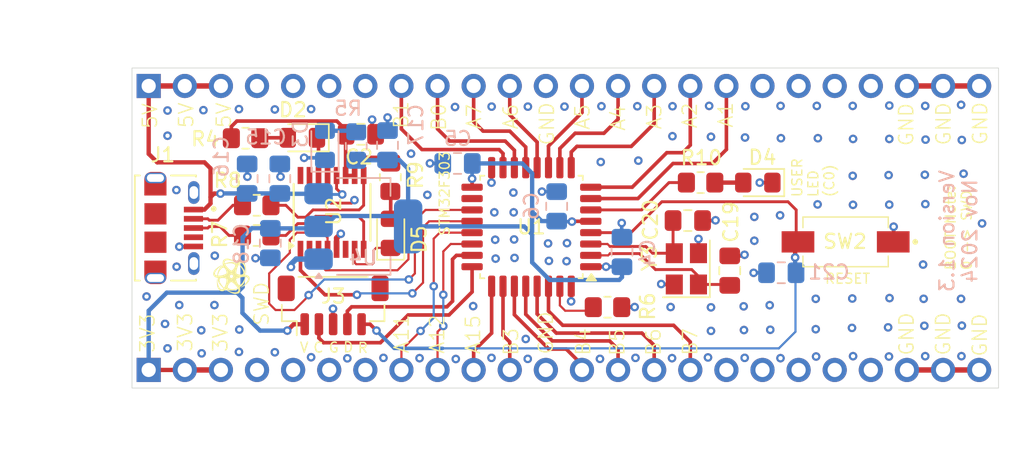
<source format=kicad_pcb>
(kicad_pcb (version 20240108) (generator "pcbnew") (generator_version "8.0")
  (layers (0 "F.Cu" signal) (1 "In1.Cu" power) (2 "In2.Cu" signal) (31 "B.Cu" power) (34 "B.Paste" user) (35 "F.Paste" user) (36 "B.SilkS" user "B.Silkscreen") (37 "F.SilkS" user "F.Silkscreen") (38 "B.Mask" user) (39 "F.Mask" user) (44 "Edge.Cuts" user))
  (net 0 "")
  (net 1 "GND")
  (net 2 "/RESET")
  (net 3 "+3.3V")
  (net 4 "/OSCIN")
  (net 5 "/OSCOUT")
  (net 6 "/FTDI_RX")
  (net 7 "/PA11")
  (net 8 "+5V")
  (net 9 "Net-(D3-A)")
  (net 10 "Net-(D4-A)")
  (net 11 "/FTDI_TX")
  (net 12 "/SWDIO")
  (net 13 "/SWCLK")
  (net 16 "/S-")
  (net 21 "/S+")
  (net 23 "/PB6")
  (net 24 "/PB5")
  (net 25 "/PB7")
  (net 26 "/PB4")
  (net 27 "/PA2")
  (net 28 "/PA6")
  (net 29 "/PA3")
  (net 30 "/PA5")
  (net 31 "/PA7")
  (net 32 "/PA1")
  (net 33 "/PB0")
  (net 34 "Net-(U1-BOOT0)")
  (net 35 "/PA8")
  (net 36 "/PB1")
  (net 37 "/PA4")
  (net 38 "/PA15")
  (net 39 "/PB3")
  (net 40 "/USER_LED")
  (net 42 "/PA12")
  (net 43 "/MODE")
  (net 44 "Net-(D2-A)")
  (net 45 "Net-(D2-K)")
  (net 46 "Net-(D5-K)")
  (net 47 "Net-(D5-A)")
  (net 48 "/FTDI_D+")
  (net 49 "/FTDI_D-")
  (footprint "LOGO" (layer "F.Cu") (at 112.475 56.875)
    (property "Reference" "G***" (hide yes))
    (property "Value" "LOGO" (hide yes))
  )
  (footprint "LED_SMD:LED_0805_2012Metric_Pad1.15x1.40mm_HandSolder" (layer "F.Cu") (at 123.7 53.875 90)
    (property "Reference" "D5")
    (property "Value" "RXLED")
  )
  (footprint "Resistor_SMD:R_0805_2012Metric_Pad1.20x1.40mm_HandSolder" (layer "F.Cu") (at 113.49 47.175 180)
    (property "Reference" "R4")
    (property "Value" "270")
  )
  (footprint "LED_SMD:LED_0805_2012Metric_Pad1.15x1.40mm_HandSolder" (layer "F.Cu") (at 149.525 50.3 180)
    (property "Reference" "D4")
    (property "Value" "USER_LED")
  )
  (footprint "Capacitor_SMD:C_0805_2012Metric_Pad1.18x1.45mm_HandSolder" (layer "F.Cu") (at 147.55 56.5 -90)
    (property "Reference" "C19")
    (property "Value" "22p")
  )
  (footprint "Crystal:Crystal_SMD_Abracon_ABM8G-4Pin_3.2x2.5mm" (layer "F.Cu") (at 144.5 56.375 90)
    (property "Reference" "Y3")
    (property "Value" "16MHz")
  )
  (footprint "Capacitor_SMD:C_0805_2012Metric_Pad1.18x1.45mm_HandSolder" (layer "F.Cu") (at 144.6 52.975 180)
    (property "Reference" "C20")
    (property "Value" "22p")
  )
  (footprint "Resistor_SMD:R_0805_2012Metric_Pad1.20x1.40mm_HandSolder" (layer "F.Cu") (at 123.675 49.925 90)
    (property "Reference" "R9")
    (property "Value" "270")
  )
  (footprint "LED_SMD:LED_0805_2012Metric_Pad1.15x1.40mm_HandSolder" (layer "F.Cu") (at 117.4875 47.145 180)
    (property "Reference" "D2")
    (property "Value" "TXLED")
  )
  (footprint "Capacitor_SMD:C_0805_2012Metric_Pad1.18x1.45mm_HandSolder" (layer "F.Cu") (at 121.6 46.9)
    (property "Reference" "C2")
    (property "Value" "0.1uF")
  )
  (footprint "Package_QFP:LQFP-32_7x7mm_P0.8mm" (layer "F.Cu") (at 133.6 53.425 180)
    (property "Reference" "U1")
    (property "Value" "STM32F303K6Tx")
  )
  (footprint "USB_B_Micro_Amphenol:AMPHENOL_10118194-0001LF" (layer "F.Cu") (at 107.15 53.5 -90)
    (property "Reference" "J1")
    (property "Value" "USB_Micro")
  )
  (footprint "Package_SO:SSOP-16_3.9x4.9mm_P0.635mm" (layer "F.Cu") (at 119.575 52.4 90)
    (property "Reference" "U2")
    (property "Value" "FT230XS")
  )
  (footprint "Connector_PinHeader_2.54mm:PinHeader_1x24_P2.54mm_Vertical" (layer "F.Cu") (at 106.675 63.495 90)
    (property "Reference" "J4" (hide yes))
    (property "Value" "uP_LEFT_CONN")
  )
  (footprint "Resistor_SMD:R_0805_2012Metric_Pad1.20x1.40mm_HandSolder" (layer "F.Cu") (at 114.275 51.9 180)
    (property "Reference" "R8")
    (property "Value" "22R")
  )
  (footprint "Resistor_SMD:R_0805_2012Metric_Pad1.20x1.40mm_HandSolder" (layer "F.Cu") (at 138.95 59.075 180)
    (property "Reference" "R6")
    (property "Value" "10k")
  )
  (footprint "SW_uP_Reset:SW_uP_Reset" (layer "F.Cu") (at 155.7 54.475 180)
    (property "Reference" "SW2")
    (property "Value" "SW_uP_Reset" (hide yes))
  )
  (footprint "Resistor_SMD:R_0805_2012Metric_Pad1.20x1.40mm_HandSolder" (layer "F.Cu") (at 114.275 54.025)
    (property "Reference" "R7")
    (property "Value" "22R")
  )
  (footprint "Connector_PinHeader_2.54mm:PinHeader_1x24_P2.54mm_Vertical" (layer "F.Cu") (at 106.675 43.495 90)
    (property "Reference" "J5" (hide yes))
    (property "Value" "uP_RIGHT_CONN")
  )
  (footprint "Resistor_SMD:R_0805_2012Metric_Pad1.20x1.40mm_HandSolder" (layer "F.Cu") (at 145.5 50.3 180)
    (property "Reference" "R10")
    (property "Value" "1k")
  )
  (footprint "Connector_JST:JST_SH_BM05B-SRSS-TB_1x05-1MP_P1.00mm_Vertical" (layer "F.Cu") (at 119.65 58.95)
    (property "Reference" "J3")
    (property "Value" "SWD_CONN")
  )
  (footprint "Capacitor_SMD:C_0805_2012Metric_Pad1.18x1.45mm_HandSolder" (layer "B.Cu") (at 115.23 54.5625 -90)
    (property "Reference" "C18")
    (property "Value" "10uF")
  )
  (footprint "Capacitor_SMD:C_0805_2012Metric_Pad1.18x1.45mm_HandSolder" (layer "B.Cu") (at 123.475 47.675 90)
    (property "Reference" "C17")
    (property "Value" "0.1uF")
  )
  (footprint "Capacitor_SMD:C_0805_2012Metric_Pad1.18x1.45mm_HandSolder" (layer "B.Cu") (at 128.4 48.95 180)
    (property "Reference" "C5")
    (property "Value" "0.1uF")
  )
  (footprint "Capacitor_SMD:C_0805_2012Metric_Pad1.18x1.45mm_HandSolder" (layer "B.Cu") (at 151.175 56.65 180)
    (property "Reference" "C21")
    (property "Value" "0.01uF")
  )
  (footprint "Resistor_SMD:R_0805_2012Metric_Pad1.20x1.40mm_HandSolder" (layer "B.Cu") (at 121.275 47.725 -90)
    (property "Reference" "R5")
    (property "Value" "1k")
  )
  (footprint "Capacitor_SMD:C_0805_2012Metric_Pad1.18x1.45mm_HandSolder" (layer "B.Cu") (at 115.9 50.025 90)
    (property "Reference" "C15")
    (property "Value" "0.1uF")
  )
  (footprint "Capacitor_SMD:C_0805_2012Metric_Pad1.18x1.45mm_HandSolder" (layer "B.Cu") (at 135.375 51.975 90)
    (property "Reference" "C6")
    (property "Value" "0.1uF")
  )
  (footprint "LED_SMD:LED_0805_2012Metric_Pad1.15x1.40mm_HandSolder" (layer "B.Cu") (at 119.075 47.675 90)
    (property "Reference" "D3")
    (property "Value" "PWR_LED")
  )
  (footprint "Capacitor_SMD:C_0805_2012Metric_Pad1.18x1.45mm_HandSolder" (layer "B.Cu") (at 139.97 55.1875 90)
    (property "Reference" "C4")
    (property "Value" "0.1uF")
  )
  (footprint "Package_TO_SOT_SMD:SOT-223-3_TabPin2" (layer "B.Cu") (at 121.775 53.3875)
    (property "Reference" "U4")
    (property "Value" "LD1117S33TR_SOT223")
  )
  (footprint "Capacitor_SMD:C_0805_2012Metric_Pad1.18x1.45mm_HandSolder" (layer "B.Cu") (at 113.6 50.025 90)
    (property "Reference" "C16")
    (property "Value" "10uF")
  )
  (gr_rect (start 105.5 42.23) (end 166.46 64.77) (stroke (width 0.05)) (fill none) (layer "Edge.Cuts"))
  (gr_text "Version 1.3\nNov 2024" (at 163.64 53.715 90) (layer "B.SilkS") (effects (font (size 1 1)) (justify mirror)))
  (gr_text "GND" (at 165.725 62.625 90) (layer "F.SilkS") (effects (font (size 1 1) (thickness 0.1)) (justify left bottom)))
  (gr_text "A15" (at 130.075 62.45 90) (layer "F.SilkS") (effects (font (size 1 1) (thickness 0.1)) (justify left bottom)))
  (gr_text "GND" (at 160.55 47.8 90) (layer "F.SilkS") (effects (font (size 1 1) (thickness 0.1)) (justify left bottom)))
  (gr_text "3V3" (at 107.175 62.35 90) (layer "F.SilkS") (effects (font (size 1 1) (thickness 0.1)) (justify left bottom)))
  (gr_text "GND" (at 135.275 47.75 90) (layer "F.SilkS") (effects (font (size 1 1) (thickness 0.1)) (justify left bottom)))
  (gr_text "G\n" (at 119.275 62.325 0) (layer "F.SilkS") (effects (font (size 0.7 0.7) (thickness 0.1)) (justify left bottom)))
  (gr_text "3V3" (at 112.3 62.3 90) (layer "F.SilkS") (effects (font (size 1 1) (thickness 0.1)) (justify left bottom)))
  (gr_text "BOOT Note:\n0 -> SWD" (at 164.625 56.525 90) (layer "F.SilkS") (effects (font (size 0.7 0.7) (thickness 0.1)) (justify left bottom)))
  (gr_text "GND" (at 163.175 47.75 90) (layer "F.SilkS") (effects (font (size 1 1) (thickness 0.1)) (justify left bottom)))
  (gr_text "A11" (at 125.05 62.4 90) (layer "F.SilkS") (effects (font (size 1 1) (thickness 0.1)) (justify left bottom)))
  (gr_text "GND" (at 165.75 47.725 90) (layer "F.SilkS") (effects (font (size 1 1) (thickness 0.1)) (justify left bottom)))
  (gr_text "V\n" (at 117.25 62.325 0) (layer "F.SilkS") (effects (font (size 0.7 0.7) (thickness 0.1)) (justify left bottom)))
  (gr_text "STM32F303" (at 127.9 54.1 90) (layer "F.SilkS") (effects (font (size 0.7 0.7) (thickness 0.1)) (justify left bottom)))
  (gr_text "B6" (at 142.775 62.575 90) (layer "F.SilkS") (effects (font (size 1 1) (thickness 0.1)) (justify left bottom)))
  (gr_text "A7" (at 130.15 46.625 90) (layer "F.SilkS") (effects (font (size 1 1) (thickness 0.1)) (justify left bottom)))
  (gr_text "R" (at 121.325 62.35 0) (layer "F.SilkS") (effects (font (size 0.7 0.7) (thickness 0.1)) (justify left bottom)))
  (gr_text "A2" (at 145.325 46.55 90) (layer "F.SilkS") (effects (font (size 1 1) (thickness 0.1)) (justify left bottom)))
  (gr_text "GND" (at 135.2 62.475 90) (layer "F.SilkS") (effects (font (size 1 1) (thickness 0.1)) (justify left bottom)))
  (gr_text "A1" (at 147.85 46.5 90) (layer "F.SilkS") (effects (font (size 1 1) (thickness 0.1)) (justify left bottom)))
  (gr_text "GND" (at 163.15 62.55 90) (layer "F.SilkS") (effects (font (size 1 1) (thickness 0.1)) (justify left bottom)))
  (gr_text "3V3" (at 109.825 62.275 90) (layer "F.SilkS") (effects (font (size 1 1) (thickness 0.1)) (justify left bottom)))
  (gr_text "B4" (at 137.825 62.55 90) (layer "F.SilkS") (effects (font (size 1 1) (thickness 0.1)) (justify left bottom)))
  (gr_text "B7" (at 145.35 62.55 90) (layer "F.SilkS") (effects (font (size 1 1) (thickness 0.1)) (justify left bottom)))
  (gr_text "B3" (at 132.75 62.55 90) (layer "F.SilkS") (effects (font (size 1 1) (thickness 0.1)) (justify left bottom)))
  (gr_text "5V" (at 109.9 46.525 90) (layer "F.SilkS") (effects (font (size 1 1) (thickness 0.1)) (justify left bottom)))
  (gr_text "A5" (at 137.775 46.65 90) (layer "F.SilkS") (effects (font (size 1 1) (thickness 0.1)) (justify left bottom)))
  (gr_text "A6\n" (at 132.725 46.625 90) (layer "F.SilkS") (effects (font (size 1 1) (thickness 0.1)) (justify left bottom)))
  (gr_text "B0" (at 127.675 46.725 90) (layer "F.SilkS") (effects (font (size 1 1) (thickness 0.1)) (justify left bottom)))
  (gr_text "RESET" (at 154.19 57.475 0) (layer "F.SilkS") (effects (font (size 0.7 0.7) (thickness 0.1)) (justify left bottom)))
  (gr_text "B5\n" (at 140.225 62.575 90) (layer "F.SilkS") (effects (font (size 1 1) (thickness 0.1)) (justify left bottom)))
  (gr_text "D" (at 120.3 62.3 0) (layer "F.SilkS") (effects (font (size 0.7 0.7) (thickness 0.1)) (justify left bottom)))
  (gr_text "A4" (at 140.275 46.725 90) (layer "F.SilkS") (effects (font (size 1 1) (thickness 0.1)) (justify left bottom)))
  (gr_text "5V" (at 112.55 46.525 90) (layer "F.SilkS") (effects (font (size 1 1) (thickness 0.1)) (justify left bottom)))
  (gr_text "GND" (at 160.575 62.55 90) (layer "F.SilkS") (effects (font (size 1 1) (thickness 0.1)) (justify left bottom)))
  (gr_text "A3" (at 142.825 46.625 90) (layer "F.SilkS") (effects (font (size 1 1) (thickness 0.1)) (justify left bottom)))
  (gr_text "A12\n" (at 127.55 62.425 90) (layer "F.SilkS") (effects (font (size 1 1) (thickness 0.1)) (justify left bottom)))
  (gr_text "C\n" (at 118.2 62.325 0) (layer "F.SilkS") (effects (font (size 0.7 0.7) (thickness 0.1)) (justify left bottom)))
  (gr_text "5V" (at 107.35 46.575 90) (layer "F.SilkS") (effects (font (size 1 1) (thickness 0.1)) (justify left bottom)))
  (gr_text "USER \nLED\n(C0)" (at 154.96 51.385 90) (layer "F.SilkS") (effects (font (size 0.7 0.7) (thickness 0.1)) (justify left bottom)))
  (gr_text "SWD" (at 115.2 60.45 90) (layer "F.SilkS") (effects (font (size 1 1) (thickness 0.1)) (justify left bottom)))
  (gr_text "B1\n" (at 125.025 46.575 90) (layer "F.SilkS") (effects (font (size 1 1) (thickness 0.1)) (justify left bottom)))
  (segment (start 146.55 52.955) (end 146.53 52.975) (width 0.254) (layer "F.Cu") (net 1))
  (segment (start 130.8 49.25) (end 130.8 50.295) (width 0.2) (layer "F.Cu") (net 1))
  (segment (start 140.86 59.065) (end 139.96 59.065) (width 0.254) (layer "F.Cu") (net 1))
  (segment (start 159.08 54.445) (end 159.05 54.475) (width 0.254) (layer "F.Cu") (net 1))
  (segment (start 119.64 59.185) (end 119.64 60.265) (width 0.254) (layer "F.Cu") (net 1))
  (segment (start 142.76 57.475) (end 142.73 57.445) (width 0.254) (layer "F.Cu") (net 1))
  (segment (start 162.555 43.495) (end 160.015 43.495) (width 0.381) (layer "F.Cu") (net 1))
  (segment (start 136.4 58.655) (end 136.39 58.665) (width 0.2) (layer "F.Cu") (net 1))
  (segment (start 120.94 51.745) (end 121.15 51.535) (width 0.2032) (layer "F.Cu") (net 1))
  (segment (start 162.555 63.495) (end 160.015 63.495) (width 0.381) (layer "F.Cu") (net 1))
  (segment (start 119.2575 51.5025) (end 119.5 51.745) (width 0.2032) (layer "F.Cu") (net 1))
  (segment (start 146.53 52.975) (end 145.6375 52.975) (width 0.254) (layer "F.Cu") (net 1))
  (segment (start 145.35 54.265) (end 145.35 55.275) (width 0.254) (layer "F.Cu") (net 1))
  (segment (start 109.81 54.815) (end 108.83 54.815) (width 0.254) (layer "F.Cu") (net 1))
  (segment (start 119.8925 55) (end 119.8925 54.2025) (width 0.381) (layer "F.Cu") (net 1))
  (segment (start 136.4 57.6) (end 136.4 58.655) (width 0.2) (layer "F.Cu") (net 1))
  (segment (start 119.2575 49.8) (end 119.2575 51.5025) (width 0.2032) (layer "F.Cu") (net 1))
  (segment (start 148.5125 55.4625) (end 147.55 55.4625) (width 0.254) (layer "F.Cu") (net 1))
  (segment (start 130.8 50.295) (end 130.79 50.305) (width 0.2) (layer "F.Cu") (net 1))
  (segment (start 122.39 46.6525) (end 122.6375 46.9) (width 0.254) (layer "F.Cu") (net 1))
  (segment (start 109.825 54.8) (end 109.81 54.815) (width 0.254) (layer "F.Cu") (net 1))
  (segment (start 119.5 51.745) (end 120.94 51.745) (width 0.2032) (layer "F.Cu") (net 1))
  (segment (start 139.96 59.065) (end 139.95 59.075) (width 0.254) (layer "F.Cu") (net 1))
  (segment (start 165.095 43.495) (end 162.555 43.495) (width 0.381) (layer "F.Cu") (net 1))
  (segment (start 143.65 57.475) (end 142.76 57.475) (width 0.254) (layer "F.Cu") (net 1))
  (segment (start 122.39 45.865) (end 122.39 46.6525) (width 0.254) (layer "F.Cu") (net 1))
  (segment (start 149.665 50.3) (end 149.66 50.305) (width 0.254) (layer "F.Cu") (net 1))
  (segment (start 148.59 55.385) (end 148.5125 55.4625) (width 0.254) (layer "F.Cu") (net 1))
  (segment (start 150.55 50.3) (end 149.665 50.3) (width 0.254) (layer "F.Cu") (net 1))
  (segment (start 119.64 60.265) (end 119.65 60.275) (width 0.254) (layer "F.Cu") (net 1))
  (segment (start 119.8925 54.2025) (end 120.19 53.905) (width 0.381) (layer "F.Cu") (net 1))
  (segment (start 165.095 63.495) (end 162.555 63.495) (width 0.381) (layer "F.Cu") (net 1))
  (segment (start 159.08 53.405) (end 159.08 54.445) (width 0.254) (layer "F.Cu") (net 1))
  (via (at 108.64 56.225) (size 0.6) (drill 0.3) (layers "F.Cu" "B.Cu") (net 1))
  (via (at 153.625 62.55) (size 0.6) (drill 0.3) (layers "F.Cu" "B.Cu") (net 1))
  (via (at 136.39 58.665) (size 0.6) (drill 0.3) (layers "F.Cu" "B.Cu") (net 1))
  (via (at 161.31 51.815) (size 0.6) (drill 0.3) (layers "F.Cu" "B.Cu") (net 1))
  (via (at 146.23 60.745) (size 0.6) (drill 0.3) (layers "F.Cu" "B.Cu") (net 1))
  (via (at 108 47) (size 0.6) (drill 0.3) (layers "F.Cu" "B.Cu") (net 1))
  (via (at 123.19 62.645) (size 0.6) (drill 0.3) (layers "F.Cu" "B.Cu") (net 1))
  (via (at 118.1 62.6) (size 0.6) (drill 0.3) (layers "F.Cu" "B.Cu") (net 1))
  (via (at 113.025 62.225) (size 0.6) (drill 0.3) (layers "F.Cu" "B.Cu") (net 1))
  (via (at 130.79 62.645) (size 0.6) (drill 0.3) (layers "F.Cu" "B.Cu") (net 1))
  (via (at 132.38 54.305) (size 0.6) (drill 0.3) (layers "F.Cu" "B.Cu") (net 1))
  (via (at 146.23 47.075) (size 0.6) (drill 0.3) (layers "F.Cu" "B.Cu") (net 1))
  (via (at 121.15 51.535) (size 0.6) (drill 0.3) (layers "F.Cu" "B.Cu") (net 1))
  (via (at 143.525 44.925) (size 0.6) (drill 0.3) (layers "F.Cu" "B.Cu") (net 1))
  (via (at 114.19 55.625) (size 0.6) (drill 0.3) (layers "F.Cu" "B.Cu") (net 1))
  (via (at 156.2 44.9) (size 0.6) (drill 0.3) (layers "F.Cu" "B.Cu") (net 1))
  (via (at 161.3 44.9) (size 0.6) (drill 0.3) (layers "F.Cu" "B.Cu") (net 1))
  (via (at 110.375 60.7) (size 0.6) (drill 0.3) (layers "F.Cu" "B.Cu") (net 1))
  (via (at 158.79 58.435) (size 0.6) (drill 0.3) (layers "F.Cu" "B.Cu") (net 1))
  (via (at 108.825 58.925) (size 0.6) (drill 0.3) (layers "F.Cu" "B.Cu") (net 1))
  (via (at 143.52 47.035) (size 0.6) (drill 0.3) (layers "F.Cu" "B.Cu") (net 1))
  (via (at 117.61 48.555) (size 0.6) (drill 0.3) (layers "F.Cu" "B.Cu") (net 1))
  (via (at 130.79 50.305) (size 0.6) (drill 0.3) (layers "F.Cu" "B.Cu") (net 1))
  (via (at 139.95 53.145) (size 0.6) (drill 0.3) (layers "F.Cu" "B.Cu") (net 1))
  (via (at 141.05 44.925) (size 0.6) (drill 0.3) (layers "F.Cu" "B.Cu") (net 1))
  (via (at 108 45.225) (size 0.6) (drill 0.3) (layers "F.Cu" "B.Cu") (net 1))
  (via (at 145.35 54.265) (size 0.6) (drill 0.3) (layers "F.Cu" "B.Cu") (net 1))
  (via (at 148.65 44.925) (size 0.6) (drill 0.3) (layers "F.Cu" "B.Cu") (net 1))
  (via (at 163.88 60.375) (size 0.6) (drill 0.3) (layers "F.Cu" "B.Cu") (net 1))
  (via (at 120.19 53.905) (size 0.6) (drill 0.3) (layers "F.Cu" "B.Cu") (net 1))
  (via (at 163.825 44.825) (size 0.6) (drill 0.3) (layers "F.Cu" "B.Cu") (net 1))
  (via (at 138.475 48.85) (size 0.6) (drill 0.3) (layers "F.Cu" "B.Cu") (net 1))
  (via (at 163.82 58.485) (size 0.6) (drill 0.3) (layers "F.Cu" "B.Cu") (net 1))
  (via (at 156.17 58.465) (size 0.6) (drill 0.3) (layers "F.Cu" "B.Cu") (net 1))
  (via (at 130.8 44.95) (size 0.6) (drill 0.3) (layers "F.Cu" "B.Cu") (net 1))
  (via (at 111.3 58.925) (size 0.6) (drill 0.3) (layers "F.Cu" "B.Cu") (net 1))
  (via (at 110.525 45.2) (size 0.6) (drill 0.3) (layers "F.Cu" "B.Cu") (net 1))
  (via (at 134.34 50.9375) (size 0.6) (drill 0.3) (layers "F.Cu" "B.Cu") (net 1))
  (via (at 161.325 47.275) (size 0.6) (drill 0.3) (layers "F.Cu" "B.Cu") (net 1))
  (via (at 158.75 62.55) (size 0.6) (drill 0.3) (layers "F.Cu" "B.Cu") (net 1))
  (via (at 115.55 62.25) (size 0.6) (drill 0.3) (layers "F.Cu" "B.Cu") (net 1))
  (via (at 119.64 59.185) (size 0.6) (drill 0.3) (layers "F.Cu" "B.Cu") (net 1))
  (via (at 133.2 61.315) (size 0.6) (drill 0.3) (layers "F.Cu" "B.Cu") (net 1))
  (via (at 149.28 52.715) (size 0.6) (drill 0.3) (layers "F.Cu" "B.Cu") (net 1))
  (via (at 148.625 47.125) (size 0.6) (drill 0.3) (layers "F.Cu" "B.Cu") (net 1))
  (via (at 108 61.975) (size 0.6) (drill 0.3) (layers "F.Cu" "B.Cu") (net 1))
  (via (at 136.07 55.835) (size 0.6) (drill 0.3) (layers "F.Cu" "B.Cu") (net 1))
  (via (at 156.22 51.865) (size 0.6) (drill 0.3) (layers "F.Cu" "B.Cu") (net 1))
  (via (at 151.15 47.175) (size 0.6) (drill 0.3) (layers "F.Cu" "B.Cu") (net 1))
  (via (at 142.73 57.445) (size 0.6) (drill 0.3) (layers "F.Cu" "B.Cu") (net 1))
  (via (at 138.42 62.715) (size 0.6) (drill 0.3) (layers "F.Cu" "B.Cu") (net 1))
  (via (at 153.75 47.175) (size 0.6) (drill 0.3) (layers "F.Cu" "B.Cu") (net 1))
  (via (at 148.53 59.015) (size 0.6) (drill 0.3) (layers "F.Cu" "B.Cu") (net 1))
  (via (at 153.73 51.835) (size 0.6) (drill 0.3) (layers "F.Cu" "B.Cu") (net 1))
  (via (at 136.1 54.565) (size 0.6) (drill 0.3) (layers "F.Cu" "B.Cu") (net 1))
  (via (at 148.55 60.685) (size 0.6) (drill 0.3) (layers "F.Cu" "B.Cu") (net 1))
  (via (at 153.6 60.625) (size 0.6) (drill 0.3) (layers "F.Cu" "B.Cu") (net 1))
  (via (at 161.24 60.385) (size 0.6) (drill 0.3) (layers "F.Cu" "B.Cu") (net 1))
  (via (at 125.73 62.665) (size 0.6) (drill 0.3) (layers "F.Cu" "B.Cu") (net 1))
  (via (at 156.225 62.525) (size 0.6) (drill 0.3) (layers "F.Cu" "B.Cu") (net 1))
  (via (at 106.525 58.325) (size 0.6) (drill 0.3) (layers "F.Cu" "B.Cu") (net 1))
  (via (at 150.36 58.935) (size 0.6) (drill 0.3) (layers "F.Cu" "B.Cu") (net 1))
  (via (at 126.46 48.945) (size 0.6) (drill 0.3) (layers "F.Cu" "B.Cu") (net 1))
  (via (at 107.825 60.25) (size 0.6) (drill 0.3) (layers "F.Cu" "B.Cu") (net 1))
  (via (at 149.28 54.395) (size 0.6) (drill 0.3) (layers "F.Cu" "B.Cu") (net 1))
  (via (at 149.23 56.655) (size 0.6) (drill 0.3) (layers "F.Cu" "B.Cu") (net 1))
  (via (at 148.6 62.645) (size 0.6) (drill 0.3) (layers "F.Cu" "B.Cu") (net 1))
  (via (at 135.925 44.95) (size 0.6) (drill 0.3) (layers "F.Cu" "B.Cu") (net 1))
  (via (at 158.725 49.775) (size 0.6) (drill 0.3) (layers "F.Cu" "B.Cu") (net 1))
  (via (at 116.68 56.245) (size 0.6) (drill 0.3) (layers "F.Cu" "B.Cu") (net 1))
  (via (at 125.13 48.265) (size 0.6) (drill 0.3) (layers "F.Cu" "B.Cu") (net 1))
  (via (at 148.59 55.385) (size 0.6) (drill 0.3) (layers "F.Cu" "B.Cu") (net 1))
  (via (at 108.625 50.825) (size 0.6) (drill 0.3) (layers "F.Cu" "B.Cu") (net 1))
  (via (at 115.55 45.15) (size 0.6) (drill 0.3) (layers "F.Cu" "B.Cu") (net 1))
  (via (at 143.39 59.065) (size 0.6) (drill 0.3) (layers "F.Cu" "B.Cu") (net 1))
  (via (at 158.69 60.495) (size 0.6) (drill 0.3) (layers "F.Cu" "B.Cu") (net 1))
  (via (at 132.33 51.005) (size 0.6) (drill 0.3) (layers "F.Cu" "B.Cu") (net 1))
  (via (at 126.28 51.165) (size 0.6) (drill 0.3) (layers "F.Cu" "B.Cu") (net 1))
  (via (at 150.4 60.665) (size 0.6) (drill 0.3) (layers "F.Cu" "B.Cu") (net 1))
  (via (at 153.6 58.485) (size 0.6) (drill 0.3) (layers "F.Cu" "B.Cu") (net 1))
  (via (at 156.225 47.225) (size 0.6) (drill 0.3) (layers "F.Cu" "B.Cu") (net 1))
  (via (at 146.55 52.955) (size 0.6) (drill 0.3) (layers "F.Cu" "B.Cu") (net 1))
  (via (at 151.12 62.665) (size 0.6) (drill 0.3) (layers "F.Cu" "B.Cu") (net 1))
  (via (at 141.12 48.755) (size 0.6) (drill 0.3) (layers "F.Cu" "B.Cu") (net 1))
  (via (at 164 49.675) (size 0.6) (drill 0.3) (layers "F.Cu" "B.Cu") (net 1))
  (via (at 113.05 60.65) (size 0.6) (drill 0.3) (layers "F.Cu" "B.Cu") (net 1))
  (via (at 132.35 52.395) (size 0.6) (drill 0.3) (layers "F.Cu" "B.Cu") (net 1))
  (via (at 140.92 62.645) (size 0.6) (drill 0.3) (layers "F.Cu" "B.Cu") (net 1))
  (via (at 111.325 55.45) (size 0.6) (drill 0.3) (layers "F.Cu" "B.Cu") (net 1))
  (via (at 118.1 45.125) (size 0.6) (drill 0.3) (layers "F.Cu" "B.Cu") (net 1))
  (via (at 128.225 44.975) (size 0.6) (drill 0.3) (layers "F.Cu" "B.Cu") (net 1))
  (via (at 156.2 49.825) (size 0.6) (drill 0.3) (layers "F.Cu" "B.Cu") (net 1))
  (via (at 153.675 44.9) (size 0.6) (drill 0.3) (layers "F.Cu" "B.Cu") (net 1))
  (via (at 146.1 44.9) (size 0.6) (drill 0.3) (layers "F.Cu" "B.Cu") (net 1))
  (via (at 131.08 55.655) (size 0.6) (drill 0.3) (layers "F.Cu" "B.Cu") (net 1))
  (via (at 165.3 53.175) (size 0.6) (drill 0.3) (layers "F.Cu" "B.Cu") (net 1))
  (via (at 128.28 62.725) (size 0.6) (drill 0.3) (layers "F.Cu" "B.Cu") (net 1))
  (via (at 120.65 62.675) (size 0.6) (drill 0.3) (layers "F.Cu" "B.Cu") (net 1))
  (via (at 143.49 62.665) (size 0.6) (drill 0.3) (layers "F.Cu" "B.Cu") (net 1))
  (via (at 161.19 58.485) (size 0.6) (drill 0.3) (layers "F.Cu" "B.Cu") (net 1))
  (via (at 146.02 62.615) (size 0.6) (drill 0.3) (layers "F.Cu" "B.Cu") (net 1))
  (via (at 131.05 54.325) (size 0.6) (drill 0.3) (layers "F.Cu" "B.Cu") (net 1))
  (via (at 138.525 44.925) (size 0.6) (drill 0.3) (layers "F.Cu" "B.Cu") (net 1))
  (via (at 140.86 59.065) (size 0.6) (drill 0.3) (layers "F.Cu" "B.Cu") (net 1))
  (via (at 151.09 52.605) (size 0.6) (drill 0.3) (layers "F.Cu" "B.Cu") (net 1))
  (via (at 161.15 56.075) (size 0.6) (drill 0.3) (layers "F.Cu" "B.Cu") (net 1))
  (via (at 115.95 49.885) (size 0.6) (drill 0.3) (layers "F.Cu" "B.Cu") (net 1))
  (via (at 133.35 44.95) (size 0.6) (drill 0.3) (layers "F.Cu" "B.Cu") (net 1))
  (via (at 113.025 45.125) (size 0.6) (drill 0.3) (layers "F.Cu" "B.Cu") (net 1))
  (via (at 123.48 45.715) (size 0.6) (drill 0.3) (layers "F.Cu" "B.Cu") (net 1))
  (via (at 108.83 54.815) (size 0.6) (drill 0.3) (layers "F.Cu" "B.Cu") (net 1))
  (via (at 122.39 45.865) (size 0.6) (drill 0.3) (layers "F.Cu" "B.Cu") (net 1))
  (via (at 151.125 44.9) (size 0.6) (drill 0.3) (layers "F.Cu" "B.Cu") (net 1))
  (via (at 158.775 47.225) (size 0.6) (drill 0.3) (layers "F.Cu" "B.Cu") (net 1))
  (via (at 159.08 53.405) (size 0.6) (drill 0.3) (layers "F.Cu" "B.Cu") (net 1))
  (via (at 133.34 62.715) (size 0.6) (drill 0.3) (layers "F.Cu" "B.Cu") (net 1))
  (via (at 156.15 60.535) (size 0.6) (drill 0.3) (layers "F.Cu" "B.Cu") (net 1))
  (via (at 134.77 54.585) (size 0.6) (drill 0.3) (layers "F.Cu" "B.Cu") (net 1))
  (via (at 146.23 59.085) (size 0.6) (drill 0.3) (layers "F.Cu" "B.Cu") (net 1))
  (via (at 163.875 47.3) (size 0.6) (drill 0.3) (layers "F.Cu" "B.Cu") (net 1))
  (via (at 132.41 55.605) (size 0.6) (drill 0.3) (layers "F.Cu" "B.Cu") (net 1))
  (via (at 161.275 49.75) (size 0.6) (drill 0.3) (layers "F.Cu" "B.Cu") (net 1))
  (via (at 163.85 62.525) (size 0.6) (drill 0.3) (layers "F.Cu" "B.Cu") (net 1))
  (via (at 134.83 55.815) (size 0.6) (drill 0.3) (layers "F.Cu" "B.Cu") (net 1))
  (via (at 110.4 62.325) (size 0.6) (drill 0.3) (layers "F.Cu" "B.Cu") (net 1))
  (via (at 158.77 51.855) (size 0.6) (drill 0.3) (layers "F.Cu" "B.Cu") (net 1))
  (via (at 113.62 49.885) (size 0.6) (drill 0.3) (layers "F.Cu" "B.Cu") (net 1))
  (via (at 129.5 59) (size 0.6) (drill 0.3) (layers "F.Cu" "B.Cu") (net 1))
  (via (at 158.775 44.875) (size 0.6) (drill 0.3) (layers "F.Cu" "B.Cu") (net 1))
  (via (at 149.66 50.305) (size 0.6) (drill 0.3) (layers "F.Cu" "B.Cu") (net 1))
  (via (at 130.99 52.395) (size 0.6) (drill 0.3) (layers "F.Cu" "B.Cu") (net 1))
  (via (at 161.3 62.525) (size 0.6) (drill 0.3) (layers "F.Cu" "B.Cu") (net 1))
  (segment (start 135.375 50.9375) (end 134.34 50.9375) (width 0.2) (layer "B.Cu") (net 1))
  (segment (start 114.19 55.625) (end 115.205 55.625) (width 0.254) (layer "B.Cu") (net 1))
  (segment (start 115.9 49.835) (end 115.95 49.885) (width 0.254) (layer "B.Cu") (net 1))
  (segment (start 113.6 48.9875) (end 113.6 49.865) (width 0.254) (layer "B.Cu") (net 1))
  (segment (start 115.205 55.625) (end 115.23 55.6) (width 0.254) (layer "B.Cu") (net 1))
  (segment (start 116.68 56.245) (end 116.68 56.055) (width 0.381) (layer "B.Cu") (net 1))
  (segment (start 123.475 46.6375) (end 123.475 45.72) (width 0.254) (layer "B.Cu") (net 1))
  (segment (start 149.235 56.65) (end 149.23 56.655) (width 0.254) (layer "B.Cu") (net 1))
  (segment (start 139.95 53.145) (end 139.95 54.13) (width 0.254) (layer "B.Cu") (net 1))
  (segment (start 117.61 48.555) (end 118.93 48.555) (width 0.254) (layer "B.Cu") (net 1))
  (segment (start 126.465 48.95) (end 126.46 48.945) (width 0.254) (layer "B.Cu") (net 1))
  (segment (start 113.6 49.865) (end 113.62 49.885) (width 0.254) (layer "B.Cu") (net 1))
  (segment (start 127.3625 48.95) (end 126.465 48.95) (width 0.254) (layer "B.Cu") (net 1))
  (segment (start 123.475 45.72) (end 123.48 45.715) (width 0.254) (layer "B.Cu") (net 1))
  (segment (start 117.0475 55.6875) (end 118.625 55.6875) (width 0.381) (layer "B.Cu") (net 1))
  (segment (start 118.93 48.555) (end 119.075 48.7) (width 0.254) (layer "B.Cu") (net 1))
  (segment (start 115.9 48.9875) (end 115.9 49.835) (width 0.254) (layer "B.Cu") (net 1))
  (segment (start 150.1375 56.65) (end 149.235 56.65) (width 0.254) (layer "B.Cu") (net 1))
  (segment (start 116.68 56.055) (end 117.0475 55.6875) (width 0.381) (layer "B.Cu") (net 1))
  (segment (start 139.95 54.13) (end 139.97 54.15) (width 0.254) (layer "B.Cu") (net 1))
  (segment (start 152.225 54.35) (end 152.225 52.225) (width 0.2032) (layer "F.Cu") (net 2))
  (segment (start 152.225 52.225) (end 151.65 51.65) (width 0.2032) (layer "F.Cu") (net 2))
  (segment (start 151.65 51.65) (end 142.775 51.65) (width 0.2032) (layer "F.Cu") (net 2))
  (segment (start 142.775 51.65) (end 140.6 53.825) (width 0.2032) (layer "F.Cu") (net 2))
  (segment (start 152.15 54.675) (end 152.35 54.475) (width 0.3048) (layer "F.Cu") (net 2))
  (segment (start 122.25 60.275) (end 122.7 60.725) (width 0.254) (layer "F.Cu") (net 2))
  (segment (start 137.775 53.825) (end 140.6 53.825) (width 0.2032) (layer "F.Cu") (net 2))
  (segment (start 121.65 60.275) (end 122.25 60.275) (width 0.254) (layer "F.Cu") (net 2))
  (segment (start 152.35 54.475) (end 152.225 54.35) (width 0.2032) (layer "F.Cu") (net 2))
  (segment (start 152.15 55.575) (end 152.15 54.675) (width 0.3048) (layer "F.Cu") (net 2))
  (via (at 122.7 60.725) (size 0.6) (drill 0.3) (layers "F.Cu" "B.Cu") (net 2))
  (via (at 152.15 55.575) (size 0.6) (drill 0.3) (layers "F.Cu" "B.Cu") (net 2))
  (segment (start 123.95 61.975) (end 127.35 61.975) (width 0.254) (layer "B.Cu") (net 2))
  (segment (start 152.175 60.8) (end 151 61.975) (width 0.1524) (layer "B.Cu") (net 2))
  (segment (start 152.175 56.6875) (end 152.175 60.8) (width 0.1524) (layer "B.Cu") (net 2))
  (segment (start 152.2125 56.65) (end 152.175 56.6875) (width 0.1524) (layer "B.Cu") (net 2))
  (segment (start 122.7 60.725) (end 123.95 61.975) (width 0.254) (layer "B.Cu") (net 2))
  (segment (start 151 61.975) (end 127.35 61.975) (width 0.1524) (layer "B.Cu") (net 2))
  (segment (start 152.15 56.5875) (end 152.2125 56.65) (width 0.3048) (layer "B.Cu") (net 2))
  (segment (start 152.15 55.575) (end 152.15 56.5875) (width 0.3048) (layer "B.Cu") (net 2))
  (segment (start 116.875 60.275) (end 117.65 60.275) (width 0.3048) (layer "F.Cu") (net 3))
  (segment (start 106.675 63.495) (end 109.215 63.495) (width 0.3048) (layer "F.Cu") (net 3))
  (segment (start 116.425 60.725) (end 116.875 60.275) (width 0.3048) (layer "F.Cu") (net 3))
  (segment (start 137.775 56.225) (end 138.85 56.225) (width 0.254) (layer "F.Cu") (net 3))
  (segment (start 137.775 53.025) (end 136.475 53.025) (width 0.254) (layer "F.Cu") (net 3))
  (segment (start 111.755 63.495) (end 109.215 63.495) (width 0.381) (layer "F.Cu") (net 3))
  (segment (start 129.425 50.625) (end 129.425 50.025) (width 0.254) (layer "F.Cu") (net 3))
  (segment (start 136.475 53.025) (end 136.45 53.05) (width 0.254) (layer "F.Cu") (net 3))
  (via (at 136.45 53.05) (size 0.6) (drill 0.3) (layers "F.Cu" "B.Cu") (net 3))
  (via (at 116.425 60.725) (size 0.6) (drill 0.3) (layers "F.Cu" "B.Cu") (net 3))
  (via (at 138.85 56.225) (size 0.6) (drill 0.3) (layers "F.Cu" "B.Cu") (net 3))
  (via (at 129.425 50.025) (size 0.6) (drill 0.3) (layers "F.Cu" "B.Cu") (net 3))
  (segment (start 112.895 58.05) (end 113.27 58.425) (width 0.3048) (layer "B.Cu") (net 3))
  (segment (start 107.95 58.05) (end 112.895 58.05) (width 0.3048) (layer "B.Cu") (net 3))
  (segment (start 124.925 53.3875) (end 133.0875 53.3875) (width 0.3048) (layer "B.Cu") (net 3))
  (segment (start 134.3125 53.0125) (end 135.375 53.0125) (width 0.3048) (layer "B.Cu") (net 3))
  (segment (start 136.45 53.05) (end 135.4125 53.05) (width 0.254) (layer "B.Cu") (net 3))
  (segment (start 124.1925 52.655) (end 124.925 53.3875) (width 0.3048) (layer "B.Cu") (net 3))
  (segment (start 107.95 58.05) (end 106.675 59.325) (width 0.3048) (layer "B.Cu") (net 3))
  (segment (start 133.0875 53.3875) (end 133.65 53.95) (width 0.3048) (layer "B.Cu") (net 3))
  (segment (start 106.675 59.325) (end 106.675 63.495) (width 0.3048) (layer "B.Cu") (net 3))
  (segment (start 133.65 49.65) (end 132.95 48.95) (width 0.3048) (layer "B.Cu") (net 3))
  (segment (start 134.8875 57.1625) (end 139.7725 57.1625) (width 0.3048) (layer "B.Cu") (net 3))
  (segment (start 118.4875 53.525) (end 118.625 53.3875) (width 0.3048) (layer "B.Cu") (net 3))
  (segment (start 119.79 52.655) (end 124.1925 52.655) (width 0.3048) (layer "B.Cu") (net 3))
  (segment (start 114.51 60.725) (end 116.425 60.725) (width 0.3048) (layer "B.Cu") (net 3))
  (segment (start 121.275 48.725) (end 123.4625 48.725) (width 0.3048) (layer "B.Cu") (net 3))
  (segment (start 124.3125 48.7125) (end 124.925 49.325) (width 0.3048) (layer "B.Cu") (net 3))
  (segment (start 135.4125 53.05) (end 135.375 53.0125) (width 0.254) (layer "B.Cu") (net 3))
  (segment (start 139.97 56.965) (end 139.97 56.225) (width 0.3048) (layer "B.Cu") (net 3))
  (segment (start 118.625 53.3875) (end 119.0575 53.3875) (width 0.3048) (layer "B.Cu") (net 3))
  (segment (start 132.95 48.95) (end 129.4375 48.95) (width 0.3048) (layer "B.Cu") (net 3))
  (segment (start 133.65 55.925) (end 134.8875 57.1625) (width 0.3048) (layer "B.Cu") (net 3))
  (segment (start 133.65 52.025) (end 133.65 49.65) (width 0.3048) (layer "B.Cu") (net 3))
  (segment (start 133.65 53.95) (end 133.65 55.925) (width 0.3048) (layer "B.Cu") (net 3))
  (segment (start 139.97 56.225) (end 138.85 56.225) (width 0.254) (layer "B.Cu") (net 3))
  (segment (start 133.65 53.95) (end 133.65 52.025) (width 0.3048) (layer "B.Cu") (net 3))
  (segment (start 129.425 50.025) (end 129.425 48.9625) (width 0.254) (layer "B.Cu") (net 3))
  (segment (start 113.28 57.665) (end 113.28 54.165) (width 0.3048) (layer "B.Cu") (net 3))
  (segment (start 113.27 58.425) (end 113.27 59.485) (width 0.3048) (layer "B.Cu") (net 3))
  (segment (start 123.4625 48.725) (end 123.475 48.7125) (width 0.3048) (layer "B.Cu") (net 3))
  (segment (start 115.23 53.525) (end 118.4875 53.525) (width 0.3048) (layer "B.Cu") (net 3))
  (segment (start 115.2175 53.5125) (end 115.23 53.525) (width 0.3048) (layer "B.Cu") (net 3))
  (segment (start 124.925 49.325) (end 124.925 53.3875) (width 0.3048) (layer "B.Cu") (net 3))
  (segment (start 113.28 54.165) (end 113.9325 53.5125) (width 0.3048) (layer "B.Cu") (net 3))
  (segment (start 129.425 48.9625) (end 129.4375 48.95) (width 0.254) (layer "B.Cu") (net 3))
  (segment (start 123.475 48.7125) (end 124.3125 48.7125) (width 0.3048) (layer "B.Cu") (net 3))
  (segment (start 133.65 52.025) (end 133.65 52.35) (width 0.3048) (layer "B.Cu") (net 3))
  (segment (start 133.65 52.35) (end 134.3125 53.0125) (width 0.3048) (layer "B.Cu") (net 3))
  (segment (start 113.9325 53.5125) (end 115.2175 53.5125) (width 0.3048) (layer "B.Cu") (net 3))
  (segment (start 113.27 59.485) (end 114.51 60.725) (width 0.3048) (layer "B.Cu") (net 3))
  (segment (start 119.0575 53.3875) (end 119.79 52.655) (width 0.3048) (layer "B.Cu") (net 3))
  (segment (start 139.7725 57.1625) (end 139.97 56.965) (width 0.3048) (layer "B.Cu") (net 3))
  (segment (start 112.895 58.05) (end 113.28 57.665) (width 0.3048) (layer "B.Cu") (net 3))
  (segment (start 137.775 55.425) (end 139 55.425) (width 0.1524) (layer "F.Cu") (net 4))
  (segment (start 145.35 57.475) (end 147.4875 57.475) (width 0.2032) (layer "F.Cu") (net 4))
  (segment (start 147.4875 57.475) (end 147.55 57.5375) (width 0.2032) (layer "F.Cu") (net 4))
  (segment (start 144.875 56.425) (end 142.325 56.425) (width 0.2032) (layer "F.Cu") (net 4))
  (segment (start 141.2 55.3) (end 139.125 55.3) (width 0.2032) (layer "F.Cu") (net 4))
  (segment (start 145.35 56.9) (end 144.875 56.425) (width 0.2032) (layer "F.Cu") (net 4))
  (segment (start 139 55.425) (end 139.125 55.3) (width 0.1524) (layer "F.Cu") (net 4))
  (segment (start 145.35 57.475) (end 145.35 56.9) (width 0.2032) (layer "F.Cu") (net 4))
  (segment (start 142.325 56.425) (end 141.2 55.3) (width 0.2032) (layer "F.Cu") (net 4))
  (segment (start 141.65 54.8) (end 142.125 55.275) (width 0.2032) (layer "F.Cu") (net 5))
  (segment (start 143.5625 52.975) (end 143.5625 55.1875) (width 0.2032) (layer "F.Cu") (net 5))
  (segment (start 142.125 55.275) (end 143.65 55.275) (width 0.2032) (layer "F.Cu") (net 5))
  (segment (start 138.95 54.625) (end 139.125 54.8) (width 0.1524) (layer "F.Cu") (net 5))
  (segment (start 143.5625 55.1875) (end 143.65 55.275) (width 0.2032) (layer "F.Cu") (net 5))
  (segment (start 137.775 54.625) (end 138.95 54.625) (width 0.1524) (layer "F.Cu") (net 5))
  (segment (start 139.125 54.8) (end 141.65 54.8) (width 0.2032) (layer "F.Cu") (net 5))
  (segment (start 125.4 52.975) (end 126.15 52.225) (width 0.1524) (layer "F.Cu") (net 6))
  (segment (start 115.15 56.7) (end 115.15 58.825) (width 0.1524) (layer "F.Cu") (net 6))
  (segment (start 115.6 59.275) (end 116.925 59.275) (width 0.1524) (layer "F.Cu") (net 6))
  (segment (start 116.6 54.325) (end 116.6 55.25) (width 0.1524) (layer "F.Cu") (net 6))
  (segment (start 115.15 58.825) (end 115.6 59.275) (width 0.1524) (layer "F.Cu") (net 6))
  (segment (start 115.15 56.7) (end 116.6 55.25) (width 0.1524) (layer "F.Cu") (net 6))
  (segment (start 117.925 58.275) (end 117.925 58.225) (width 0.1524) (layer "F.Cu") (net 6))
  (segment (start 119.2575 54.1825) (end 119.2575 55) (width 0.1524) (layer "F.Cu") (net 6))
  (segment (start 118.9 53.825) (end 119.2575 54.1825) (width 0.1524) (layer "F.Cu") (net 6))
  (segment (start 125.4 56.7) (end 124.975 57.125) (width 0.1524) (layer "F.Cu") (net 6))
  (segment (start 117.1 53.825) (end 118.9 53.825) (width 0.1524) (layer "F.Cu") (net 6))
  (segment (start 125.4 52.975) (end 125.4 56.7) (width 0.1524) (layer "F.Cu") (net 6))
  (segment (start 116.925 59.275) (end 117.925 58.275) (width 0.1524) (layer "F.Cu") (net 6))
  (segment (start 116.6 54.325) (end 117.1 53.825) (width 0.1524) (layer "F.Cu") (net 6))
  (segment (start 129.425 52.225) (end 126.15 52.225) (width 0.1524) (layer "F.Cu") (net 6))
  (via (at 117.925 58.225) (size 0.6) (drill 0.3) (layers "F.Cu" "B.Cu") (net 6))
  (via (at 124.975 57.125) (size 0.6) (drill 0.3) (layers "F.Cu" "B.Cu") (net 6))
  (segment (start 117.925 58.225) (end 119.025 57.125) (width 0.1524) (layer "B.Cu") (net 6))
  (segment (start 119.025 57.125) (end 124.975 57.125) (width 0.1524) (layer "B.Cu") (net 6))
  (segment (start 124.455 62.095) (end 124.455 63.495) (width 0.1524) (layer "F.Cu") (net 7))
  (segment (start 129.425 53.825) (end 127.15 53.825) (width 0.1524) (layer "F.Cu") (net 7))
  (segment (start 127.15 53.825) (end 126.725 54.25) (width 0.1524) (layer "F.Cu") (net 7))
  (segment (start 125.8 60.75) (end 124.455 62.095) (width 0.1524) (layer "F.Cu") (net 7))
  (segment (start 126.725 54.25) (end 126.725 57.6) (width 0.1524) (layer "F.Cu") (net 7))
  (via (at 126.725 57.6) (size 0.6) (drill 0.3) (layers "F.Cu" "B.Cu") (net 7))
  (via (at 125.8 60.75) (size 0.6) (drill 0.3) (layers "F.Cu" "B.Cu") (net 7))
  (segment (start 126.725 59.825) (end 125.8 60.75) (width 0.1524) (layer "B.Cu") (net 7))
  (segment (start 126.725 57.6) (end 126.725 59.825) (width 0.1524) (layer "B.Cu") (net 7))
  (segment (start 111.725 51.075) (end 111.275 51.075) (width 0.3048) (layer "F.Cu") (net 8))
  (segment (start 109.825 52.2) (end 110.6 52.2) (width 0.3048) (layer "F.Cu") (net 8))
  (segment (start 111.025 51.775) (end 111.025 51.325) (width 0.3048) (layer "F.Cu") (net 8))
  (segment (start 107.275 48.875) (end 110.6 48.875) (width 0.3048) (layer "F.Cu") (net 8))
  (segment (start 119.8925 50.7375) (end 120.29 51.135) (width 0.2032) (layer "F.Cu") (net 8))
  (segment (start 119.8925 49.8) (end 119.8925 50.7375) (width 0.2032) (layer "F.Cu") (net 8))
  (segment (start 110.6 52.2) (end 111.025 51.775) (width 0.3048) (layer "F.Cu") (net 8))
  (segment (start 106.675 48.275) (end 107.275 48.875) (width 0.3048) (layer "F.Cu") (net 8))
  (segment (start 111.755 43.495) (end 109.215 43.495) (width 0.381) (layer "F.Cu") (net 8))
  (segment (start 106.675 43.495) (end 106.675 48.275) (width 0.3048) (layer "F.Cu") (net 8))
  (segment (start 111.025 49.3) (end 110.6 48.875) (width 0.3048) (layer "F.Cu") (net 8))
  (segment (start 109.215 43.495) (end 106.675 43.495) (width 0.381) (layer "F.Cu") (net 8))
  (segment (start 111.275 51.075) (end 111.025 51.325) (width 0.3048) (layer "F.Cu") (net 8))
  (segment (start 111.025 51.325) (end 111.025 49.3) (width 0.3048) (layer "F.Cu") (net 8))
  (via (at 120.29 51.135) (size 0.6) (drill 0.3) (layers "F.Cu" "B.Cu") (net 8))
  (via (at 111.725 51.075) (size 0.6) (drill 0.3) (layers "F.Cu" "B.Cu") (net 8))
  (segment (start 120.29 51.135) (end 118.6725 51.135) (width 0.2032) (layer "B.Cu") (net 8))
  (segment (start 113.6 51.0625) (end 115.9 51.0625) (width 0.3048) (layer "B.Cu") (net 8))
  (segment (start 111.725 51.075) (end 111.7375 51.0625) (width 0.3048) (layer "B.Cu") (net 8))
  (segment (start 115.925 51.0875) (end 115.9 51.0625) (width 0.3048) (layer "B.Cu") (net 8))
  (segment (start 118.625 51.0875) (end 115.925 51.0875) (width 0.3048) (layer "B.Cu") (net 8))
  (segment (start 118.6725 51.135) (end 118.625 51.0875) (width 0.2032) (layer "B.Cu") (net 8))
  (segment (start 111.7375 51.0625) (end 113.6 51.0625) (width 0.3048) (layer "B.Cu") (net 8))
  (segment (start 119.075 46.65) (end 121.2 46.65) (width 0.3048) (layer "B.Cu") (net 9))
  (segment (start 121.2 46.65) (end 121.275 46.725) (width 0.3048) (layer "B.Cu") (net 9))
  (segment (start 148.5 50.3) (end 146.5 50.3) (width 0.3048) (layer "F.Cu") (net 10))
  (segment (start 126.4 53.025) (end 129.425 53.025) (width 0.1524) (layer "F.Cu") (net 11))
  (segment (start 125.975 57.35) (end 125.225 58.1) (width 0.1524) (layer "F.Cu") (net 11))
  (segment (start 125.975 53.45) (end 125.975 57.35) (width 0.1524) (layer "F.Cu") (net 11))
  (segment (start 117.3525 56.4775) (end 119.075 58.2) (width 0.254) (layer "F.Cu") (net 11))
  (segment (start 117.3525 55) (end 117.3525 56.4775) (width 0.254) (layer "F.Cu") (net 11))
  (segment (start 119.075 58.2) (end 121.325 58.2) (width 0.254) (layer "F.Cu") (net 11))
  (segment (start 126.4 53.025) (end 125.975 53.45) (width 0.1524) (layer "F.Cu") (net 11))
  (via (at 125.225 58.1) (size 0.6) (drill 0.3) (layers "F.Cu" "B.Cu") (net 11))
  (via (at 121.325 58.2) (size 0.6) (drill 0.3) (layers "F.Cu" "B.Cu") (net 11))
  (segment (start 125.225 58.1) (end 121.425 58.1) (width 0.1524) (layer "B.Cu") (net 11))
  (segment (start 121.425 58.1) (end 121.325 58.2) (width 0.1524) (layer "B.Cu") (net 11))
  (segment (start 120.65 60.275) (end 120.65 59.35) (width 0.254) (layer "F.Cu") (net 12))
  (segment (start 127.65 59.05) (end 128.05 58.65) (width 0.254) (layer "F.Cu") (net 12))
  (segment (start 120.65 59.35) (end 120.95 59.05) (width 0.254) (layer "F.Cu") (net 12))
  (segment (start 128.325 55.425) (end 129.425 55.425) (width 0.254) (layer "F.Cu") (net 12))
  (segment (start 128.05 58.65) (end 128.05 55.7) (width 0.254) (layer "F.Cu") (net 12))
  (segment (start 120.95 59.05) (end 127.65 59.05) (width 0.254) (layer "F.Cu") (net 12))
  (segment (start 128.05 55.7) (end 128.325 55.425) (width 0.254) (layer "F.Cu") (net 12))
  (segment (start 122.975 61.575) (end 124.925 59.625) (width 0.254) (layer "F.Cu") (net 13))
  (segment (start 124.925 59.625) (end 127.8 59.625) (width 0.254) (layer "F.Cu") (net 13))
  (segment (start 118.65 61.25) (end 118.975 61.575) (width 0.254) (layer "F.Cu") (net 13))
  (segment (start 127.8 59.625) (end 129.425 58) (width 0.254) (layer "F.Cu") (net 13))
  (segment (start 118.65 60.275) (end 118.65 61.25) (width 0.254) (layer "F.Cu") (net 13))
  (segment (start 118.975 61.575) (end 122.975 61.575) (width 0.254) (layer "F.Cu") (net 13))
  (segment (start 129.425 58) (end 129.425 56.225) (width 0.254) (layer "F.Cu") (net 13))
  (segment (start 111.55 52.95) (end 112.6 51.9) (width 0.2) (layer "F.Cu") (net 16))
  (segment (start 112.6 51.9) (end 113.275 51.9) (width 0.2) (layer "F.Cu") (net 16))
  (segment (start 109.825 52.85) (end 110.837501 52.85) (width 0.2) (layer "F.Cu") (net 16))
  (segment (start 110.837501 52.85) (end 110.937501 52.95) (width 0.2) (layer "F.Cu") (net 16))
  (segment (start 110.937501 52.95) (end 111.55 52.95) (width 0.2) (layer "F.Cu") (net 16))
  (segment (start 111.7 53.4) (end 112.325 54.025) (width 0.2) (layer "F.Cu") (net 21))
  (segment (start 110.937501 53.4) (end 111.7 53.4) (width 0.2) (layer "F.Cu") (net 21))
  (segment (start 109.825 53.5) (end 110.837501 53.5) (width 0.2) (layer "F.Cu") (net 21))
  (segment (start 110.837501 53.5) (end 110.937501 53.4) (width 0.2) (layer "F.Cu") (net 21))
  (segment (start 112.325 54.025) (end 113.275 54.025) (width 0.2) (layer "F.Cu") (net 21))
  (segment (start 134 57.6) (end 134 59.55) (width 0.254) (layer "F.Cu") (net 23))
  (segment (start 142.235 61.76) (end 142.235 63.495) (width 0.254) (layer "F.Cu") (net 23))
  (segment (start 141.375 60.9) (end 142.235 61.76) (width 0.254) (layer "F.Cu") (net 23))
  (segment (start 135.35 60.9) (end 141.375 60.9) (width 0.254) (layer "F.Cu") (net 23))
  (segment (start 134 59.55) (end 135.35 60.9) (width 0.254) (layer "F.Cu") (net 23))
  (segment (start 133.2 57.6) (end 133.2 59.575) (width 0.254) (layer "F.Cu") (net 24))
  (segment (start 139.1 61.45) (end 139.695 62.045) (width 0.254) (layer "F.Cu") (net 24))
  (segment (start 133.2 59.575) (end 135.075 61.45) (width 0.254) (layer "F.Cu") (net 24))
  (segment (start 135.075 61.45) (end 139.1 61.45) (width 0.254) (layer "F.Cu") (net 24))
  (segment (start 139.695 62.045) (end 139.695 63.495) (width 0.254) (layer "F.Cu") (net 24))
  (segment (start 144.775 61.525) (end 144.775 63.495) (width 0.254) (layer "F.Cu") (net 25))
  (segment (start 135.8 60.35) (end 143.6 60.35) (width 0.254) (layer "F.Cu") (net 25))
  (segment (start 143.6 60.35) (end 144.775 61.525) (width 0.254) (layer "F.Cu") (net 25))
  (segment (start 134.8 59.35) (end 135.8 60.35) (width 0.254) (layer "F.Cu") (net 25))
  (segment (start 134.8 57.6) (end 134.8 59.35) (width 0.254) (layer "F.Cu") (net 25))
  (segment (start 137.155 63.13) (end 136.05 62.025) (width 0.254) (layer "F.Cu") (net 26))
  (segment (start 132.4 59.6) (end 132.4 57.6) (width 0.254) (layer "F.Cu") (net 26))
  (segment (start 134.825 62.025) (end 132.4 59.6) (width 0.254) (layer "F.Cu") (net 26))
  (segment (start 137.155 63.495) (end 137.155 63.13) (width 0.254) (layer "F.Cu") (net 26))
  (segment (start 136.05 62.025) (end 134.825 62.025) (width 0.254) (layer "F.Cu") (net 26))
  (segment (start 143.12 48.195) (end 144.24 48.195) (width 0.254) (layer "F.Cu") (net 27))
  (segment (start 140.69 50.625) (end 143.12 48.195) (width 0.254) (layer "F.Cu") (net 27))
  (segment (start 144.24 48.195) (end 144.775 47.66) (width 0.254) (layer "F.Cu") (net 27))
  (segment (start 144.775 47.66) (end 144.775 43.495) (width 0.254) (layer "F.Cu") (net 27))
  (segment (start 137.775 50.625) (end 140.69 50.625) (width 0.254) (layer "F.Cu") (net 27))
  (segment (start 134 49.25) (end 134 47.45) (width 0.254) (layer "F.Cu") (net 28))
  (segment (start 132.075 45.525) (end 132.075 43.495) (width 0.254) (layer "F.Cu") (net 28))
  (segment (start 134 47.45) (end 132.075 45.525) (width 0.254) (layer "F.Cu") (net 28))
  (segment (start 136.4 48.15) (end 136.8 47.75) (width 0.254) (layer "F.Cu") (net 29))
  (segment (start 140.625 47.75) (end 142.235 46.14) (width 0.254) (layer "F.Cu") (net 29))
  (segment (start 142.235 46.14) (end 142.235 43.495) (width 0.254) (layer "F.Cu") (net 29))
  (segment (start 136.4 49.25) (end 136.4 48.15) (width 0.254) (layer "F.Cu") (net 29))
  (segment (start 136.8 47.75) (end 140.625 47.75) (width 0.254) (layer "F.Cu") (net 29))
  (segment (start 134.8 49.25) (end 134.8 47.725) (width 0.254) (layer "F.Cu") (net 30))
  (segment (start 134.8 47.725) (end 137.155 45.37) (width 0.254) (layer "F.Cu") (net 30))
  (segment (start 137.155 45.37) (end 137.155 43.495) (width 0.254) (layer "F.Cu") (net 30))
  (segment (start 133.2 47.8) (end 132.075 46.675) (width 0.254) (layer "F.Cu") (net 31))
  (segment (start 130.2 46.675) (end 129.535 46.01) (width 0.254) (layer "F.Cu") (net 31))
  (segment (start 129.535 46.01) (end 129.535 43.495) (width 0.254) (layer "F.Cu") (net 31))
  (segment (start 133.2 49.25) (end 133.2 47.8) (width 0.254) (layer "F.Cu") (net 31))
  (segment (start 132.075 46.675) (end 130.2 46.675) (width 0.254) (layer "F.Cu") (net 31))
  (segment (start 137.775 51.425) (end 141.09 51.425) (width 0.254) (layer "F.Cu") (net 32))
  (segment (start 143.56 48.955) (end 146.33 48.955) (width 0.254) (layer "F.Cu") (net 32))
  (segment (start 141.09 51.425) (end 143.56 48.955) (width 0.254) (layer "F.Cu") (net 32))
  (segment (start 147.315 47.97) (end 147.315 43.495) (width 0.254) (layer "F.Cu") (net 32))
  (segment (start 146.33 48.955) (end 147.315 47.97) (width 0.254) (layer "F.Cu") (net 32))
  (segment (start 131.75 47.375) (end 127.85 47.375) (width 0.254) (layer "F.Cu") (net 33))
  (segment (start 127.85 47.375) (end 126.995 46.52) (width 0.254) (layer "F.Cu") (net 33))
  (segment (start 132.4 49.25) (end 132.4 48.025) (width 0.254) (layer "F.Cu") (net 33))
  (segment (start 132.4 48.025) (end 131.75 47.375) (width 0.254) (layer "F.Cu") (net 33))
  (segment (start 126.995 46.52) (end 126.995 43.495) (width 0.254) (layer "F.Cu") (net 33))
  (segment (start 135.6 57.6) (end 135.6 58.95) (width 0.1524) (layer "F.Cu") (net 34))
  (segment (start 135.975 59.325) (end 137.7 59.325) (width 0.1524) (layer "F.Cu") (net 34))
  (segment (start 137.7 59.325) (end 137.95 59.075) (width 0.1524) (layer "F.Cu") (net 34))
  (segment (start 135.6 58.95) (end 135.975 59.325) (width 0.1524) (layer "F.Cu") (net 34))
  (segment (start 131.6 48.25) (end 131.325 47.975) (width 0.254) (layer "F.Cu") (net 36))
  (segment (start 124.45 43.5) (end 124.455 43.495) (width 0.254) (layer "F.Cu") (net 36))
  (segment (start 131.325 47.975) (end 125.9 47.975) (width 0.254) (layer "F.Cu") (net 36))
  (segment (start 125.9 47.975) (end 124.45 46.525) (width 0.254) (layer "F.Cu") (net 36))
  (segment (start 131.6 49.25) (end 131.6 48.25) (width 0.254) (layer "F.Cu") (net 36))
  (segment (start 124.45 46.525) (end 124.45 43.5) (width 0.254) (layer "F.Cu") (net 36))
  (segment (start 136.675 46.825) (end 138.7 46.825) (width 0.254) (layer "F.Cu") (net 37))
  (segment (start 138.7 46.825) (end 139.695 45.83) (width 0.254) (layer "F.Cu") (net 37))
  (segment (start 135.6 47.9) (end 136.675 46.825) (width 0.254) (layer "F.Cu") (net 37))
  (segment (start 139.695 45.83) (end 139.695 43.495) (width 0.254) (layer "F.Cu") (net 37))
  (segment (start 135.6 49.25) (end 135.6 47.9) (width 0.254) (layer "F.Cu") (net 37))
  (segment (start 130.8 60.9) (end 129.535 62.165) (width 0.254) (layer "F.Cu") (net 38))
  (segment (start 129.535 62.165) (end 129.535 63.495) (width 0.254) (layer "F.Cu") (net 38))
  (segment (start 130.8 57.6) (end 130.8 60.9) (width 0.254) (layer "F.Cu") (net 38))
  (segment (start 131.6 61.05) (end 132.075 61.525) (width 0.254) (layer "F.Cu") (net 39))
  (segment (start 131.6 57.6) (end 131.6 61.05) (width 0.254) (layer "F.Cu") (net 39))
  (segment (start 132.075 61.525) (end 132.075 63.495) (width 0.254) (layer "F.Cu") (net 39))
  (segment (start 143.275 50.3) (end 141.35 52.225) (width 0.2032) (layer "F.Cu") (net 40))
  (segment (start 144.5 50.3) (end 143.275 50.3) (width 0.2032) (layer "F.Cu") (net 40))
  (segment (start 141.35 52.225) (end 137.775 52.225) (width 0.2032) (layer "F.Cu") (net 40))
  (segment (start 127.4 55.15) (end 127.4 58.2) (width 0.1524) (layer "F.Cu") (net 42))
  (segment (start 127.925 54.625) (end 127.45 55.1) (width 0.1524) (layer "F.Cu") (net 42))
  (segment (start 126.995 60.805) (end 126.995 63.495) (width 0.1524) (layer "F.Cu") (net 42))
  (segment (start 127.45 55.1) (end 127.4 55.15) (width 0.1524) (layer "F.Cu") (net 42))
  (segment (start 129.425 54.625) (end 127.925 54.625) (width 0.1524) (layer "F.Cu") (net 42))
  (segment (start 127.4 60.4) (end 126.995 60.805) (width 0.1524) (layer "F.Cu") (net 42))
  (via (at 127.4 58.2) (size 0.6) (drill 0.3) (layers "F.Cu" "B.Cu") (net 42))
  (via (at 127.4 60.4) (size 0.6) (drill 0.3) (layers "F.Cu" "B.Cu") (net 42))
  (segment (start 127.4 58.2) (end 127.4 60.4) (width 0.1524) (layer "B.Cu") (net 42))
  (segment (start 120.5275 46.935) (end 120.5625 46.9) (width 0.254) (layer "F.Cu") (net 43))
  (segment (start 121.35 48.525) (end 123.275 48.525) (width 0.254) (layer "F.Cu") (net 43))
  (segment (start 124.575 48.925) (end 123.675 48.925) (width 0.1524) (layer "F.Cu") (net 43))
  (segment (start 120.5625 46.6175) (end 119.91 45.965) (width 0.254) (layer "F.Cu") (net 43))
  (segment (start 121.1625 49.8) (end 121.1625 48.7125) (width 0.254) (layer "F.Cu") (net 43))
  (segment (start 121.1625 48.7125) (end 121.35 48.525) (width 0.254) (layer "F.Cu") (net 43))
  (segment (start 112.88 45.965) (end 112.49 46.355) (width 0.254) (layer "F.Cu") (net 43))
  (segment (start 120.5275 49.8) (end 120.5275 46.935) (width 0.254) (layer "F.Cu") (net 43))
  (segment (start 112.49 46.355) (end 112.49 47.175) (width 0.254) (layer "F.Cu") (net 43))
  (segment (start 118.6225 55) (end 118.6225 55.9725) (width 0.1524) (layer "F.Cu") (net 43))
  (segment (start 118.6225 55.9725) (end 119.125 56.475) (width 0.1524) (layer "F.Cu") (net 43))
  (segment (start 119.125 56.475) (end 124.175 56.475) (width 0.1524) (layer "F.Cu") (net 43))
  (segment (start 120.5625 46.9) (end 120.5625 46.6175) (width 0.254) (layer "F.Cu") (net 43))
  (segment (start 121.1625 49.8) (end 120.5275 49.8) (width 0.254) (layer "F.Cu") (net 43))
  (segment (start 124.95 49.3) (end 124.575 48.925) (width 0.1524) (layer "F.Cu") (net 43))
  (segment (start 124.175 56.475) (end 124.95 55.7) (width 0.1524) (layer "F.Cu") (net 43))
  (segment (start 119.91 45.965) (end 112.88 45.965) (width 0.254) (layer "F.Cu") (net 43))
  (segment (start 124.95 55.7) (end 124.95 49.3) (width 0.1524) (layer "F.Cu") (net 43))
  (segment (start 123.275 48.525) (end 123.675 48.925) (width 0.254) (layer "F.Cu") (net 43))
  (segment (start 116.4625 47.145) (end 114.52 47.145) (width 0.254) (layer "F.Cu") (net 44))
  (segment (start 114.52 47.145) (end 114.49 47.175) (width 0.254) (layer "F.Cu") (net 44))
  (segment (start 118.6225 47.255) (end 118.5125 47.145) (width 0.254) (layer "F.Cu") (net 45))
  (segment (start 118.6225 49.8) (end 118.6225 47.255) (width 0.254) (layer "F.Cu") (net 45))
  (segment (start 121.1625 55.9375) (end 121.1625 55) (width 0.1524) (layer "F.Cu") (net 46))
  (segment (start 122.5 55.95) (end 122.4 56.05) (width 0.1524) (layer "F.Cu") (net 46))
  (segment (start 121.275 56.05) (end 121.1625 55.9375) (width 0.1524) (layer "F.Cu") (net 46))
  (segment (start 122.4 56.05) (end 121.275 56.05) (width 0.1524) (layer "F.Cu") (net 46))
  (segment (start 122.5 55.075) (end 122.5 55.95) (width 0.1524) (layer "F.Cu") (net 46))
  (segment (start 122.675 54.9) (end 122.5 55.075) (width 0.1524) (layer "F.Cu") (net 46))
  (segment (start 123.7 54.9) (end 122.675 54.9) (width 0.1524) (layer "F.Cu") (net 46))
  (segment (start 123.7 52.85) (end 123.7 50.95) (width 0.254) (layer "F.Cu") (net 47))
  (segment (start 123.7 50.95) (end 123.675 50.925) (width 0.254) (layer "F.Cu") (net 47))
  (segment (start 116.325001 54.025) (end 117.162501 53.1875) (width 0.2) (layer "F.Cu") (net 48))
  (segment (start 121.7975 53.0475) (end 121.7975 55) (width 0.2) (layer "F.Cu") (net 48))
  (segment (start 117.9057 53.1875) (end 118.4182 52.675) (width 0.2) (layer "F.Cu") (net 48))
  (segment (start 118.4182 52.675) (end 121.425 52.675) (width 0.2) (layer "F.Cu") (net 48))
  (segment (start 117.162501 53.1875) (end 117.9057 53.1875) (width 0.2) (layer "F.Cu") (net 48))
  (segment (start 115.275 54.025) (end 116.325001 54.025) (width 0.2) (layer "F.Cu") (net 48))
  (segment (start 121.425 52.675) (end 121.7975 53.0475) (width 0.2) (layer "F.Cu") (net 48))
  (segment (start 121.7975 51.9025) (end 121.7975 49.8) (width 0.2) (layer "F.Cu") (net 49))
  (segment (start 121.475 52.225) (end 121.7975 51.9025) (width 0.2) (layer "F.Cu") (net 49))
  (segment (start 116.325001 51.9) (end 117.162501 52.7375) (width 0.2) (layer "F.Cu") (net 49))
  (segment (start 118.2318 52.225) (end 121.475 52.225) (width 0.2) (layer "F.Cu") (net 49))
  (segment (start 115.275 51.9) (end 116.325001 51.9) (width 0.2) (layer "F.Cu") (net 49))
  (segment (start 117.7193 52.7375) (end 118.2318 52.225) (width 0.2) (layer "F.Cu") (net 49))
  (segment (start 117.162501 52.7375) (end 117.7193 52.7375) (width 0.2) (layer "F.Cu") (net 49))
)
</source>
